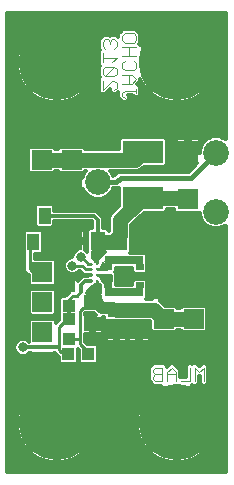
<source format=gbr>
G75*
G70*
%OFA0B0*%
%FSLAX24Y24*%
%IPPOS*%
%LPD*%
%AMOC8*
5,1,8,0,0,1.08239X$1,22.5*
%
%ADD10C,0.0040*%
%ADD11C,0.0118*%
%ADD12R,0.1299X0.0252*%
%ADD13R,0.0252X0.0201*%
%ADD14R,0.0512X0.0591*%
%ADD15R,0.0591X0.0512*%
%ADD16R,0.0394X0.0433*%
%ADD17R,0.0433X0.0394*%
%ADD18R,0.0650X0.0650*%
%ADD19R,0.0500X0.1000*%
%ADD20R,0.0394X0.0551*%
%ADD21R,0.1339X0.0748*%
%ADD22R,0.0669X0.0709*%
%ADD23C,0.2540*%
%ADD24C,0.0860*%
%ADD25C,0.0120*%
%ADD26C,0.0317*%
%ADD27C,0.0500*%
%ADD28C,0.0100*%
%ADD29C,0.0400*%
%ADD30C,0.0160*%
D10*
X005267Y007440D02*
X005344Y007363D01*
X005574Y007363D01*
X005574Y007824D01*
X005344Y007824D01*
X005267Y007747D01*
X005267Y007670D01*
X005344Y007594D01*
X005574Y007594D01*
X005344Y007594D02*
X005267Y007517D01*
X005267Y007440D01*
X005727Y007363D02*
X005727Y007670D01*
X005881Y007824D01*
X006034Y007670D01*
X006034Y007363D01*
X006188Y007363D02*
X006495Y007363D01*
X006495Y007824D01*
X006648Y007824D02*
X006648Y007363D01*
X006802Y007670D02*
X006648Y007824D01*
X006802Y007670D02*
X006955Y007824D01*
X006955Y007363D01*
X006034Y007594D02*
X005727Y007594D01*
X004322Y016811D02*
X004245Y016888D01*
X004245Y016965D01*
X004322Y017042D01*
X004705Y017042D01*
X004705Y017118D02*
X004705Y016965D01*
X004552Y017272D02*
X004705Y017425D01*
X004552Y017579D01*
X004245Y017579D01*
X004322Y017732D02*
X004245Y017809D01*
X004245Y017962D01*
X004322Y018039D01*
X004245Y018193D02*
X004705Y018193D01*
X004629Y018039D02*
X004705Y017962D01*
X004705Y017809D01*
X004629Y017732D01*
X004322Y017732D01*
X004475Y017579D02*
X004475Y017272D01*
X004552Y017272D02*
X004245Y017272D01*
X004055Y017302D02*
X004055Y017148D01*
X003979Y017072D01*
X004055Y017302D02*
X003979Y017379D01*
X003902Y017379D01*
X003595Y017072D01*
X003595Y017379D01*
X003672Y017532D02*
X003595Y017609D01*
X003595Y017762D01*
X003672Y017839D01*
X003979Y017839D01*
X003672Y017532D01*
X003979Y017532D01*
X004055Y017609D01*
X004055Y017762D01*
X003979Y017839D01*
X003902Y017993D02*
X004055Y018146D01*
X003595Y018146D01*
X003595Y017993D02*
X003595Y018299D01*
X003672Y018453D02*
X003595Y018530D01*
X003595Y018683D01*
X003672Y018760D01*
X003748Y018760D01*
X003825Y018683D01*
X003825Y018606D01*
X003825Y018683D02*
X003902Y018760D01*
X003979Y018760D01*
X004055Y018683D01*
X004055Y018530D01*
X003979Y018453D01*
X004245Y018499D02*
X004705Y018499D01*
X004629Y018653D02*
X004322Y018653D01*
X004245Y018730D01*
X004245Y018883D01*
X004322Y018960D01*
X004629Y018960D01*
X004705Y018883D01*
X004705Y018730D01*
X004629Y018653D01*
X004475Y018499D02*
X004475Y018193D01*
D11*
X003398Y011289D03*
X003202Y011289D03*
X003202Y011092D03*
X003398Y011092D03*
X003398Y010895D03*
X003202Y010895D03*
X003202Y010698D03*
X003398Y010698D03*
D12*
X004300Y010345D03*
X004300Y011392D03*
D13*
X003776Y011169D03*
X003776Y010567D03*
X004824Y010567D03*
X004824Y011169D03*
D14*
X003424Y012043D03*
X002676Y012043D03*
D15*
X003250Y010017D03*
X003250Y009269D03*
X004050Y008994D03*
X004050Y009742D03*
X004800Y009742D03*
X004800Y008994D03*
D16*
X003110Y008268D03*
X002440Y008268D03*
D17*
X002475Y008759D03*
X002475Y009428D03*
X002475Y009884D03*
X002475Y010553D03*
D18*
X001575Y010993D03*
X001575Y009993D03*
X001575Y008993D03*
X001575Y007993D03*
X001550Y013743D03*
X001550Y014743D03*
X001550Y015743D03*
X002550Y015743D03*
X002550Y014743D03*
X002550Y013743D03*
X005625Y010443D03*
X005625Y009443D03*
X005625Y008443D03*
X006625Y008443D03*
X006625Y009443D03*
X006625Y010443D03*
D19*
X005800Y012243D03*
X004175Y012243D03*
D20*
X002024Y012010D03*
X001650Y012876D03*
X001276Y012010D03*
D21*
X004925Y013476D03*
X004925Y015011D03*
D22*
X006425Y015050D03*
X006425Y013436D03*
D23*
X006050Y017993D03*
X002050Y017993D03*
X002050Y005993D03*
X006050Y005993D03*
D24*
X007369Y013009D03*
X007369Y014978D03*
X003431Y013993D03*
D25*
X000410Y019633D02*
X000410Y004353D01*
X007690Y004353D01*
X007690Y012553D01*
X007680Y012543D01*
X007478Y012459D01*
X007259Y012459D01*
X007057Y012543D01*
X006902Y012698D01*
X006819Y012900D01*
X006819Y012971D01*
X006809Y012962D01*
X006041Y012962D01*
X005970Y013032D01*
X005970Y013106D01*
X005714Y013106D01*
X005714Y013052D01*
X005644Y012982D01*
X004954Y012982D01*
X004545Y012572D01*
X004545Y011694D01*
X004489Y011638D01*
X004999Y011638D01*
X005070Y011568D01*
X005070Y011019D01*
X004999Y010949D01*
X004648Y010949D01*
X004578Y011019D01*
X004578Y011146D01*
X004022Y011146D01*
X004022Y011019D01*
X004006Y011003D01*
X004045Y010964D01*
X004045Y010591D01*
X004578Y010591D01*
X004578Y010717D01*
X004648Y010788D01*
X004999Y010788D01*
X005070Y010717D01*
X005070Y010169D01*
X005019Y010118D01*
X005145Y010118D01*
X005151Y010112D01*
X005240Y010112D01*
X005240Y010416D01*
X005597Y010416D01*
X005597Y010471D01*
X005240Y010471D01*
X005240Y010780D01*
X005249Y010802D01*
X005266Y010819D01*
X005288Y010828D01*
X005597Y010828D01*
X005597Y010471D01*
X005653Y010471D01*
X006010Y010471D01*
X006010Y010780D01*
X006001Y010802D01*
X005984Y010819D01*
X005962Y010828D01*
X005653Y010828D01*
X005653Y010471D01*
X005653Y010416D01*
X006010Y010416D01*
X006010Y010106D01*
X006001Y010084D01*
X005984Y010067D01*
X005962Y010058D01*
X005653Y010058D01*
X005653Y010416D01*
X005597Y010416D01*
X005597Y010058D01*
X005505Y010058D01*
X005511Y010056D01*
X005678Y009888D01*
X006000Y009888D01*
X006070Y009818D01*
X006070Y009813D01*
X006180Y009813D01*
X006180Y009818D01*
X006250Y009888D01*
X007000Y009888D01*
X007070Y009818D01*
X007070Y009069D01*
X007000Y008998D01*
X006250Y008998D01*
X006180Y009069D01*
X006180Y009073D01*
X006070Y009073D01*
X006070Y009069D01*
X006000Y008998D01*
X005250Y008998D01*
X005180Y009069D01*
X005180Y009340D01*
X005149Y009371D01*
X005145Y009366D01*
X004455Y009366D01*
X004449Y009372D01*
X004401Y009372D01*
X004395Y009366D01*
X003705Y009366D01*
X003635Y009437D01*
X003635Y009498D01*
X003605Y009498D01*
X003605Y009329D01*
X003310Y009329D01*
X003310Y009209D01*
X003310Y008953D01*
X003557Y008953D01*
X003579Y008963D01*
X003596Y008979D01*
X003605Y009001D01*
X003605Y009209D01*
X003310Y009209D01*
X003190Y009209D01*
X003190Y008953D01*
X002995Y008953D01*
X002995Y008780D01*
X003009Y008749D01*
X002995Y008712D01*
X002995Y008673D01*
X003064Y008605D01*
X003356Y008605D01*
X003426Y008535D01*
X003426Y008002D01*
X003356Y007932D01*
X002863Y007932D01*
X002793Y008002D01*
X002793Y008395D01*
X002757Y008430D01*
X002757Y008002D01*
X002687Y007932D01*
X002194Y007932D01*
X002124Y008002D01*
X002124Y008179D01*
X002055Y008248D01*
X002055Y008248D01*
X001990Y008313D01*
X001960Y008313D01*
X001960Y008021D01*
X001603Y008021D01*
X001603Y007966D01*
X001960Y007966D01*
X001960Y007656D01*
X001951Y007634D01*
X001934Y007617D01*
X001912Y007608D01*
X001603Y007608D01*
X001603Y007966D01*
X001547Y007966D01*
X001190Y007966D01*
X001190Y007656D01*
X001199Y007634D01*
X001216Y007617D01*
X001238Y007608D01*
X001547Y007608D01*
X001547Y007966D01*
X001547Y008021D01*
X001190Y008021D01*
X001190Y008313D01*
X001139Y008313D01*
X001083Y008257D01*
X000980Y008215D01*
X000870Y008215D01*
X000767Y008257D01*
X000689Y008335D01*
X000646Y008438D01*
X000646Y008549D01*
X000689Y008651D01*
X000767Y008730D01*
X000870Y008772D01*
X000980Y008772D01*
X001083Y008730D01*
X001130Y008683D01*
X001130Y009368D01*
X001200Y009438D01*
X001950Y009438D01*
X002020Y009368D01*
X002020Y009304D01*
X002055Y009338D01*
X002138Y009422D01*
X002138Y010130D01*
X002209Y010201D01*
X002342Y010201D01*
X002430Y010289D01*
X002513Y010372D01*
X002513Y010515D01*
X002437Y010515D01*
X002437Y010296D01*
X002247Y010296D01*
X002224Y010305D01*
X002208Y010322D01*
X002198Y010344D01*
X002198Y010515D01*
X002437Y010515D01*
X002437Y010591D01*
X002198Y010591D01*
X002198Y010762D01*
X002208Y010784D01*
X002224Y010801D01*
X002247Y010810D01*
X002437Y010810D01*
X002437Y010591D01*
X002513Y010591D01*
X002513Y010810D01*
X002703Y010810D01*
X002726Y010801D01*
X002742Y010784D01*
X002752Y010762D01*
X002752Y010699D01*
X002800Y010748D01*
X002752Y010748D01*
X002800Y010748D02*
X002930Y010878D01*
X003083Y010878D01*
X003083Y010879D01*
X003083Y010895D01*
X003202Y010895D01*
X003202Y010895D01*
X003083Y010895D01*
X003083Y010911D01*
X003086Y010922D01*
X002956Y010922D01*
X002830Y011048D01*
X002799Y011048D01*
X002733Y010982D01*
X002630Y010940D01*
X002520Y010940D01*
X002417Y010982D01*
X002339Y011060D01*
X002296Y011163D01*
X002296Y011274D01*
X002339Y011376D01*
X002417Y011455D01*
X002520Y011497D01*
X002571Y011497D01*
X002571Y011549D01*
X002614Y011651D01*
X002692Y011730D01*
X002736Y011748D01*
X002736Y011983D01*
X002616Y011983D01*
X002616Y011688D01*
X002408Y011688D01*
X002386Y011697D01*
X002369Y011714D01*
X002360Y011736D01*
X002360Y011983D01*
X002616Y011983D01*
X002616Y012103D01*
X002360Y012103D01*
X002360Y012351D01*
X002369Y012373D01*
X002386Y012389D01*
X002408Y012399D01*
X002616Y012399D01*
X002616Y012103D01*
X002736Y012103D01*
X002992Y012103D01*
X002992Y012351D01*
X002983Y012373D01*
X002966Y012389D01*
X002944Y012399D01*
X002736Y012399D01*
X002736Y012103D01*
X002736Y011983D01*
X002992Y011983D01*
X002992Y011736D01*
X003008Y011730D01*
X003055Y011683D01*
X003055Y011691D01*
X003048Y011698D01*
X003048Y012388D01*
X003118Y012459D01*
X003245Y012459D01*
X003245Y012669D01*
X003217Y012696D01*
X001967Y012696D01*
X001967Y012551D01*
X001897Y012481D01*
X001403Y012481D01*
X001333Y012551D01*
X001333Y013202D01*
X001403Y013272D01*
X001897Y013272D01*
X001967Y013202D01*
X001967Y013056D01*
X003366Y013056D01*
X003500Y012923D01*
X003605Y012818D01*
X003605Y012459D01*
X003730Y012459D01*
X003798Y012390D01*
X003805Y012397D01*
X003805Y012799D01*
X003861Y012935D01*
X004136Y013210D01*
X004136Y013820D01*
X004109Y013793D01*
X003944Y013793D01*
X003898Y013682D01*
X003743Y013527D01*
X003541Y013443D01*
X003322Y013443D01*
X003120Y013527D01*
X002965Y013682D01*
X002928Y013771D01*
X002578Y013771D01*
X002578Y013716D01*
X002935Y013716D01*
X002935Y013406D01*
X002926Y013384D01*
X002909Y013367D01*
X002887Y013358D01*
X002578Y013358D01*
X002578Y013716D01*
X002522Y013716D01*
X002165Y013716D01*
X002165Y013406D01*
X002174Y013384D01*
X002191Y013367D01*
X002213Y013358D01*
X002522Y013358D01*
X002522Y013716D01*
X002522Y013771D01*
X002165Y013771D01*
X002165Y014080D01*
X002174Y014102D01*
X002191Y014119D01*
X002213Y014128D01*
X002522Y014128D01*
X002522Y013771D01*
X002578Y013771D01*
X002578Y014128D01*
X002887Y014128D01*
X002891Y014126D01*
X002965Y014305D01*
X003034Y014373D01*
X002995Y014373D01*
X002995Y014369D01*
X002925Y014298D01*
X002175Y014298D01*
X002105Y014369D01*
X002105Y014373D01*
X001995Y014373D01*
X001995Y014369D01*
X001925Y014298D01*
X001175Y014298D01*
X001105Y014369D01*
X001105Y015118D01*
X001175Y015188D01*
X001925Y015188D01*
X001995Y015118D01*
X001995Y015113D01*
X002105Y015113D01*
X002105Y015118D01*
X002175Y015188D01*
X002925Y015188D01*
X002995Y015118D01*
X002995Y015113D01*
X004136Y015113D01*
X004136Y015435D01*
X004206Y015505D01*
X005644Y015505D01*
X005714Y015435D01*
X005714Y014587D01*
X005644Y014517D01*
X004954Y014517D01*
X004867Y014430D01*
X004731Y014373D01*
X003829Y014373D01*
X003898Y014305D01*
X003944Y014194D01*
X003984Y014234D01*
X004101Y014351D01*
X006459Y014351D01*
X006744Y014636D01*
X006485Y014636D01*
X006485Y014990D01*
X006365Y014990D01*
X006365Y014636D01*
X006078Y014636D01*
X006056Y014645D01*
X006039Y014662D01*
X006030Y014684D01*
X006030Y014990D01*
X006365Y014990D01*
X006365Y015110D01*
X006030Y015110D01*
X006030Y015417D01*
X006039Y015439D01*
X006056Y015456D01*
X006078Y015465D01*
X006365Y015465D01*
X006365Y015110D01*
X006485Y015110D01*
X006820Y015110D01*
X006820Y015417D01*
X006811Y015439D01*
X006794Y015456D01*
X006772Y015465D01*
X006485Y015465D01*
X006485Y015110D01*
X006485Y014990D01*
X006819Y014990D01*
X006819Y015087D01*
X006902Y015289D01*
X007057Y015444D01*
X007259Y015528D01*
X007478Y015528D01*
X007680Y015444D01*
X007690Y015434D01*
X007690Y019633D01*
X000410Y019633D01*
X000410Y019517D02*
X007690Y019517D01*
X007690Y019398D02*
X000410Y019398D01*
X000410Y019280D02*
X001709Y019280D01*
X001726Y019285D02*
X001601Y019247D01*
X001481Y019197D01*
X001365Y019135D01*
X001257Y019063D01*
X001156Y018980D01*
X001063Y018888D01*
X000980Y018787D01*
X000908Y018678D01*
X000846Y018563D01*
X000796Y018442D01*
X000758Y018317D01*
X000733Y018189D01*
X000720Y018059D01*
X000720Y018053D01*
X001990Y018053D01*
X001990Y017933D01*
X002110Y017933D01*
X002110Y016663D01*
X002115Y016663D01*
X002245Y016676D01*
X002374Y016702D01*
X002499Y016740D01*
X002619Y016790D01*
X002735Y016851D01*
X002843Y016924D01*
X002944Y017007D01*
X003037Y017099D01*
X003120Y017200D01*
X003192Y017309D01*
X003254Y017424D01*
X003304Y017545D01*
X003342Y017670D01*
X003367Y017798D01*
X003380Y017928D01*
X003380Y017933D01*
X002110Y017933D01*
X002110Y018053D01*
X003380Y018053D01*
X003380Y018059D01*
X003367Y018189D01*
X003342Y018317D01*
X003304Y018442D01*
X003254Y018563D01*
X003192Y018678D01*
X003120Y018787D01*
X003037Y018888D01*
X002944Y018980D01*
X002843Y019063D01*
X002735Y019135D01*
X002619Y019197D01*
X002499Y019247D01*
X002374Y019285D01*
X002245Y019310D01*
X002115Y019323D01*
X002110Y019323D01*
X002110Y018053D01*
X001990Y018053D01*
X001990Y019323D01*
X001985Y019323D01*
X001855Y019310D01*
X001726Y019285D01*
X001990Y019280D02*
X002110Y019280D01*
X002110Y019161D02*
X001990Y019161D01*
X001990Y019043D02*
X002110Y019043D01*
X002110Y018924D02*
X001990Y018924D01*
X001990Y018806D02*
X002110Y018806D01*
X002110Y018687D02*
X001990Y018687D01*
X001990Y018569D02*
X002110Y018569D01*
X002110Y018450D02*
X001990Y018450D01*
X001990Y018332D02*
X002110Y018332D01*
X002110Y018213D02*
X001990Y018213D01*
X001990Y018095D02*
X002110Y018095D01*
X002110Y017976D02*
X003455Y017976D01*
X003455Y017935D02*
X003512Y017877D01*
X003509Y017874D01*
X003455Y017820D01*
X003455Y017551D01*
X003512Y017494D01*
X003455Y017437D01*
X003455Y017014D01*
X003537Y016932D01*
X003653Y016932D01*
X003839Y017117D01*
X003839Y017014D01*
X003921Y016932D01*
X004037Y016932D01*
X004105Y017000D01*
X004105Y016830D01*
X004187Y016748D01*
X004264Y016671D01*
X004380Y016671D01*
X004462Y016753D01*
X004462Y016869D01*
X004430Y016902D01*
X004571Y016902D01*
X004647Y016825D01*
X004763Y016825D01*
X004845Y016907D01*
X004845Y017176D01*
X004763Y017258D01*
X004736Y017258D01*
X004763Y017285D01*
X004763Y017285D01*
X004845Y017367D01*
X004845Y017426D01*
X004846Y017424D01*
X004908Y017309D01*
X004980Y017200D01*
X005063Y017099D01*
X005156Y017007D01*
X005257Y016924D01*
X005365Y016851D01*
X005481Y016790D01*
X005601Y016740D01*
X005726Y016702D01*
X005855Y016676D01*
X005985Y016663D01*
X005990Y016663D01*
X005990Y017933D01*
X006110Y017933D01*
X006110Y016663D01*
X006115Y016663D01*
X006245Y016676D01*
X006374Y016702D01*
X006499Y016740D01*
X006619Y016790D01*
X006735Y016851D01*
X006843Y016924D01*
X006944Y017007D01*
X007037Y017099D01*
X007120Y017200D01*
X007192Y017309D01*
X007254Y017424D01*
X007304Y017545D01*
X007342Y017670D01*
X007367Y017798D01*
X007380Y017928D01*
X007380Y017933D01*
X006110Y017933D01*
X006110Y018053D01*
X007380Y018053D01*
X007380Y018059D01*
X007367Y018189D01*
X007342Y018317D01*
X007304Y018442D01*
X007254Y018563D01*
X007192Y018678D01*
X007120Y018787D01*
X007037Y018888D01*
X006944Y018980D01*
X006843Y019063D01*
X006735Y019135D01*
X006619Y019197D01*
X006499Y019247D01*
X006374Y019285D01*
X006245Y019310D01*
X006115Y019323D01*
X006110Y019323D01*
X006110Y018053D01*
X005990Y018053D01*
X005990Y019323D01*
X005985Y019323D01*
X005855Y019310D01*
X005726Y019285D01*
X005601Y019247D01*
X005481Y019197D01*
X005365Y019135D01*
X005257Y019063D01*
X005156Y018980D01*
X005063Y018888D01*
X004980Y018787D01*
X004908Y018678D01*
X004846Y018563D01*
X004844Y018558D01*
X004788Y018615D01*
X004792Y018618D01*
X004845Y018672D01*
X004845Y018941D01*
X004687Y019100D01*
X004264Y019100D01*
X004212Y019048D01*
X004182Y019018D01*
X004182Y019018D01*
X004157Y018993D01*
X004105Y018941D01*
X004105Y018831D01*
X004037Y018900D01*
X003844Y018900D01*
X003825Y018881D01*
X003806Y018900D01*
X003614Y018900D01*
X003560Y018846D01*
X003532Y018818D01*
X003509Y018795D01*
X003455Y018741D01*
X003455Y018472D01*
X003512Y018415D01*
X003455Y018357D01*
X003455Y017935D01*
X003493Y017858D02*
X003373Y017858D01*
X003356Y017739D02*
X003455Y017739D01*
X003455Y017621D02*
X003327Y017621D01*
X003286Y017502D02*
X003504Y017502D01*
X003455Y017384D02*
X003232Y017384D01*
X003163Y017265D02*
X003455Y017265D01*
X003455Y017147D02*
X003076Y017147D01*
X002966Y017028D02*
X003455Y017028D01*
X003750Y017028D02*
X003839Y017028D01*
X004105Y016910D02*
X002822Y016910D01*
X002623Y016791D02*
X004144Y016791D01*
X004262Y016673D02*
X002212Y016673D01*
X002110Y016673D02*
X001990Y016673D01*
X001990Y016663D02*
X001990Y017933D01*
X000720Y017933D01*
X000720Y017928D01*
X000733Y017798D01*
X000758Y017670D01*
X000796Y017545D01*
X000846Y017424D01*
X000908Y017309D01*
X000980Y017200D01*
X001063Y017099D01*
X001156Y017007D01*
X001257Y016924D01*
X001365Y016851D01*
X001481Y016790D01*
X001601Y016740D01*
X001726Y016702D01*
X001855Y016676D01*
X001985Y016663D01*
X001990Y016663D01*
X001888Y016673D02*
X000410Y016673D01*
X000410Y016791D02*
X001477Y016791D01*
X001278Y016910D02*
X000410Y016910D01*
X000410Y017028D02*
X001134Y017028D01*
X001024Y017147D02*
X000410Y017147D01*
X000410Y017265D02*
X000937Y017265D01*
X000868Y017384D02*
X000410Y017384D01*
X000410Y017502D02*
X000814Y017502D01*
X000773Y017621D02*
X000410Y017621D01*
X000410Y017739D02*
X000744Y017739D01*
X000727Y017858D02*
X000410Y017858D01*
X000410Y017976D02*
X001990Y017976D01*
X001990Y017858D02*
X002110Y017858D01*
X002110Y017739D02*
X001990Y017739D01*
X001990Y017621D02*
X002110Y017621D01*
X002110Y017502D02*
X001990Y017502D01*
X001990Y017384D02*
X002110Y017384D01*
X002110Y017265D02*
X001990Y017265D01*
X001990Y017147D02*
X002110Y017147D01*
X002110Y017028D02*
X001990Y017028D01*
X001990Y016910D02*
X002110Y016910D01*
X002110Y016791D02*
X001990Y016791D01*
X001887Y016128D02*
X001578Y016128D01*
X001578Y015771D01*
X001935Y015771D01*
X001935Y016080D01*
X001926Y016102D01*
X001909Y016119D01*
X001887Y016128D01*
X001935Y016080D02*
X002165Y016080D01*
X002165Y015771D01*
X002522Y015771D01*
X002522Y015716D01*
X002165Y015716D01*
X002165Y015406D01*
X002174Y015384D01*
X002191Y015367D01*
X002213Y015358D01*
X002522Y015358D01*
X002522Y015716D01*
X002578Y015716D01*
X002578Y015771D01*
X002935Y015771D01*
X002935Y016080D01*
X002926Y016102D01*
X002909Y016119D01*
X002887Y016128D01*
X002578Y016128D01*
X002578Y015771D01*
X002522Y015771D01*
X002522Y016128D01*
X002213Y016128D01*
X002191Y016119D01*
X002174Y016102D01*
X002165Y016080D01*
X002165Y015962D02*
X001935Y015962D01*
X001935Y015843D02*
X002165Y015843D01*
X002165Y015606D02*
X001935Y015606D01*
X001935Y015716D02*
X001935Y015406D01*
X001926Y015384D01*
X001909Y015367D01*
X001887Y015358D01*
X001578Y015358D01*
X001578Y015716D01*
X001578Y015771D01*
X001522Y015771D01*
X001522Y015716D01*
X001165Y015716D01*
X001165Y015406D01*
X001174Y015384D01*
X001191Y015367D01*
X001213Y015358D01*
X001522Y015358D01*
X001522Y015716D01*
X001578Y015716D01*
X001935Y015716D01*
X001935Y015488D02*
X002165Y015488D01*
X002189Y015369D02*
X001911Y015369D01*
X001981Y015132D02*
X002119Y015132D01*
X002522Y015369D02*
X002578Y015369D01*
X002578Y015358D02*
X002887Y015358D01*
X002909Y015367D01*
X002926Y015384D01*
X002935Y015406D01*
X002935Y015716D01*
X002578Y015716D01*
X002578Y015358D01*
X002578Y015488D02*
X002522Y015488D01*
X002522Y015606D02*
X002578Y015606D01*
X002578Y015725D02*
X007690Y015725D01*
X007690Y015843D02*
X002935Y015843D01*
X002935Y015962D02*
X007690Y015962D01*
X007690Y016080D02*
X002935Y016080D01*
X002935Y015606D02*
X007690Y015606D01*
X007690Y015488D02*
X007574Y015488D01*
X007163Y015488D02*
X005661Y015488D01*
X005714Y015369D02*
X006030Y015369D01*
X006030Y015251D02*
X005714Y015251D01*
X005714Y015132D02*
X006030Y015132D01*
X006030Y014895D02*
X005714Y014895D01*
X005714Y014777D02*
X006030Y014777D01*
X006043Y014658D02*
X005714Y014658D01*
X005667Y014540D02*
X006648Y014540D01*
X006529Y014421D02*
X004847Y014421D01*
X004136Y013710D02*
X003910Y013710D01*
X003808Y013592D02*
X004136Y013592D01*
X004136Y013473D02*
X003613Y013473D01*
X003424Y012999D02*
X003925Y012999D01*
X003839Y012881D02*
X003542Y012881D01*
X003605Y012762D02*
X003805Y012762D01*
X003805Y012644D02*
X003605Y012644D01*
X003605Y012525D02*
X003805Y012525D01*
X003805Y012407D02*
X003781Y012407D01*
X003425Y012743D02*
X003425Y011993D01*
X003048Y012051D02*
X002736Y012051D01*
X002736Y011933D02*
X002616Y011933D01*
X002616Y012051D02*
X002281Y012051D01*
X002281Y012049D02*
X002281Y012298D01*
X002272Y012320D01*
X002255Y012337D01*
X002233Y012346D01*
X002062Y012346D01*
X002062Y012049D01*
X001986Y012049D01*
X001986Y012346D01*
X001815Y012346D01*
X001793Y012337D01*
X001776Y012320D01*
X001767Y012298D01*
X001767Y012049D01*
X001986Y012049D01*
X001986Y011972D01*
X002062Y011972D01*
X002062Y011675D01*
X002233Y011675D01*
X002255Y011684D01*
X002272Y011701D01*
X002281Y011723D01*
X002281Y011972D01*
X002062Y011972D01*
X002062Y012049D01*
X002281Y012049D01*
X002281Y011933D02*
X002360Y011933D01*
X002360Y011814D02*
X002281Y011814D01*
X002267Y011696D02*
X002389Y011696D01*
X002427Y011459D02*
X001320Y011459D01*
X001320Y011438D02*
X001320Y011615D01*
X001523Y011615D01*
X001593Y011685D01*
X001593Y012336D01*
X001523Y012406D01*
X001029Y012406D01*
X000959Y012336D01*
X000959Y011685D01*
X000980Y011664D01*
X000980Y011048D01*
X001080Y010948D01*
X001130Y010898D01*
X001130Y010619D01*
X001200Y010548D01*
X001950Y010548D01*
X002020Y010619D01*
X002020Y011368D01*
X001950Y011438D01*
X001320Y011438D01*
X001320Y011577D02*
X002583Y011577D01*
X002616Y011696D02*
X002658Y011696D01*
X002616Y011814D02*
X002736Y011814D01*
X002992Y011814D02*
X003048Y011814D01*
X003042Y011696D02*
X003051Y011696D01*
X003048Y011933D02*
X002992Y011933D01*
X002992Y012170D02*
X003048Y012170D01*
X003048Y012288D02*
X002992Y012288D01*
X003067Y012407D02*
X000410Y012407D01*
X000410Y012525D02*
X001359Y012525D01*
X001333Y012644D02*
X000410Y012644D01*
X000410Y012762D02*
X001333Y012762D01*
X001333Y012881D02*
X000410Y012881D01*
X000410Y012999D02*
X001333Y012999D01*
X001333Y013118D02*
X000410Y013118D01*
X000410Y013236D02*
X001368Y013236D01*
X001522Y013358D02*
X001522Y013716D01*
X001165Y013716D01*
X001165Y013406D01*
X001174Y013384D01*
X001191Y013367D01*
X001213Y013358D01*
X001522Y013358D01*
X001578Y013358D02*
X001887Y013358D01*
X001909Y013367D01*
X001926Y013384D01*
X001935Y013406D01*
X001935Y013716D01*
X001578Y013716D01*
X001578Y013771D01*
X001935Y013771D01*
X001935Y014080D01*
X001926Y014102D01*
X001909Y014119D01*
X001887Y014128D01*
X001578Y014128D01*
X001578Y013771D01*
X001522Y013771D01*
X001522Y013716D01*
X001578Y013716D01*
X001578Y013358D01*
X001578Y013473D02*
X001522Y013473D01*
X001522Y013592D02*
X001578Y013592D01*
X001578Y013710D02*
X001522Y013710D01*
X001522Y013771D02*
X001165Y013771D01*
X001165Y014080D01*
X001174Y014102D01*
X001191Y014119D01*
X001213Y014128D01*
X001522Y014128D01*
X001522Y013771D01*
X001522Y013829D02*
X001578Y013829D01*
X001578Y013947D02*
X001522Y013947D01*
X001522Y014066D02*
X001578Y014066D01*
X001935Y014066D02*
X002165Y014066D01*
X002165Y013947D02*
X001935Y013947D01*
X001935Y013829D02*
X002165Y013829D01*
X002165Y013710D02*
X001935Y013710D01*
X001935Y013592D02*
X002165Y013592D01*
X002165Y013473D02*
X001935Y013473D01*
X001932Y013236D02*
X004136Y013236D01*
X004136Y013355D02*
X000410Y013355D01*
X000410Y013473D02*
X001165Y013473D01*
X001165Y013592D02*
X000410Y013592D01*
X000410Y013710D02*
X001165Y013710D01*
X001165Y013829D02*
X000410Y013829D01*
X000410Y013947D02*
X001165Y013947D01*
X001165Y014066D02*
X000410Y014066D01*
X000410Y014184D02*
X002915Y014184D01*
X002929Y014303D02*
X002964Y014303D01*
X002578Y014066D02*
X002522Y014066D01*
X002522Y013947D02*
X002578Y013947D01*
X002578Y013829D02*
X002522Y013829D01*
X002522Y013710D02*
X002578Y013710D01*
X002578Y013592D02*
X002522Y013592D01*
X002522Y013473D02*
X002578Y013473D01*
X002935Y013473D02*
X003250Y013473D01*
X003055Y013592D02*
X002935Y013592D01*
X002935Y013710D02*
X002953Y013710D01*
X003292Y012876D02*
X003425Y012743D01*
X003292Y012876D02*
X001650Y012876D01*
X001941Y012525D02*
X003245Y012525D01*
X003245Y012644D02*
X001967Y012644D01*
X001986Y012288D02*
X002062Y012288D01*
X002062Y012170D02*
X001986Y012170D01*
X001986Y012051D02*
X002062Y012051D01*
X001986Y011972D02*
X001767Y011972D01*
X001767Y011723D01*
X001776Y011701D01*
X001793Y011684D01*
X001815Y011675D01*
X001986Y011675D01*
X001986Y011972D01*
X001986Y011933D02*
X002062Y011933D01*
X002062Y011814D02*
X001986Y011814D01*
X001986Y011696D02*
X002062Y011696D01*
X001781Y011696D02*
X001593Y011696D01*
X001593Y011814D02*
X001767Y011814D01*
X001767Y011933D02*
X001593Y011933D01*
X001593Y012051D02*
X001767Y012051D01*
X001767Y012170D02*
X001593Y012170D01*
X001593Y012288D02*
X001767Y012288D01*
X002281Y012288D02*
X002360Y012288D01*
X002360Y012170D02*
X002281Y012170D01*
X002616Y012170D02*
X002736Y012170D01*
X002736Y012288D02*
X002616Y012288D01*
X002324Y011340D02*
X002020Y011340D01*
X002020Y011222D02*
X002296Y011222D01*
X002321Y011103D02*
X002020Y011103D01*
X002020Y010985D02*
X002414Y010985D01*
X002437Y010748D02*
X002513Y010748D01*
X002513Y010629D02*
X002437Y010629D01*
X002437Y010511D02*
X002513Y010511D01*
X002513Y010392D02*
X002437Y010392D01*
X002415Y010274D02*
X002020Y010274D01*
X002020Y010368D02*
X001950Y010438D01*
X001200Y010438D01*
X001130Y010368D01*
X001130Y009619D01*
X001200Y009548D01*
X001950Y009548D01*
X002020Y009619D01*
X002020Y010368D01*
X001996Y010392D02*
X002198Y010392D01*
X002198Y010511D02*
X000410Y010511D01*
X000410Y010629D02*
X001130Y010629D01*
X001130Y010748D02*
X000410Y010748D01*
X000410Y010866D02*
X001130Y010866D01*
X001043Y010985D02*
X000410Y010985D01*
X000410Y011103D02*
X000980Y011103D01*
X000980Y011222D02*
X000410Y011222D01*
X000410Y011340D02*
X000980Y011340D01*
X000980Y011459D02*
X000410Y011459D01*
X000410Y011577D02*
X000980Y011577D01*
X000959Y011696D02*
X000410Y011696D01*
X000410Y011814D02*
X000959Y011814D01*
X000959Y011933D02*
X000410Y011933D01*
X000410Y012051D02*
X000959Y012051D01*
X000959Y012170D02*
X000410Y012170D01*
X000410Y012288D02*
X000959Y012288D01*
X001967Y013118D02*
X004044Y013118D01*
X004545Y012525D02*
X005490Y012525D01*
X005490Y012407D02*
X004545Y012407D01*
X004545Y012288D02*
X005740Y012288D01*
X005740Y012303D02*
X005740Y012183D01*
X005860Y012183D01*
X005860Y011683D01*
X006062Y011683D01*
X006084Y011692D01*
X006101Y011709D01*
X006110Y011731D01*
X006110Y012183D01*
X005860Y012183D01*
X005860Y012303D01*
X006110Y012303D01*
X006110Y012755D01*
X006101Y012777D01*
X006084Y012794D01*
X006062Y012803D01*
X005860Y012803D01*
X005860Y012303D01*
X005740Y012303D01*
X005490Y012303D01*
X005490Y012755D01*
X005499Y012777D01*
X005516Y012794D01*
X005538Y012803D01*
X005740Y012803D01*
X005740Y012303D01*
X005740Y012407D02*
X005860Y012407D01*
X005860Y012525D02*
X005740Y012525D01*
X005740Y012644D02*
X005860Y012644D01*
X005860Y012762D02*
X005740Y012762D01*
X005662Y012999D02*
X006003Y012999D01*
X006107Y012762D02*
X006875Y012762D01*
X006826Y012881D02*
X004853Y012881D01*
X004735Y012762D02*
X005493Y012762D01*
X005490Y012644D02*
X004616Y012644D01*
X004545Y012170D02*
X005490Y012170D01*
X005490Y012183D02*
X005490Y011731D01*
X005499Y011709D01*
X005516Y011692D01*
X005538Y011683D01*
X005740Y011683D01*
X005740Y012183D01*
X005490Y012183D01*
X005490Y012051D02*
X004545Y012051D01*
X004545Y011933D02*
X005490Y011933D01*
X005490Y011814D02*
X004545Y011814D01*
X004545Y011696D02*
X005513Y011696D01*
X005740Y011696D02*
X005860Y011696D01*
X005860Y011814D02*
X005740Y011814D01*
X005740Y011933D02*
X005860Y011933D01*
X005860Y012051D02*
X005740Y012051D01*
X005740Y012170D02*
X005860Y012170D01*
X005860Y012288D02*
X007690Y012288D01*
X007690Y012170D02*
X006110Y012170D01*
X006110Y012051D02*
X007690Y012051D01*
X007690Y011933D02*
X006110Y011933D01*
X006110Y011814D02*
X007690Y011814D01*
X007690Y011696D02*
X006087Y011696D01*
X006110Y012407D02*
X007690Y012407D01*
X007690Y012525D02*
X007638Y012525D01*
X007099Y012525D02*
X006110Y012525D01*
X006110Y012644D02*
X006956Y012644D01*
X007690Y011577D02*
X005060Y011577D01*
X005070Y011459D02*
X007690Y011459D01*
X007690Y011340D02*
X005070Y011340D01*
X005070Y011222D02*
X007690Y011222D01*
X007690Y011103D02*
X005070Y011103D01*
X005035Y010985D02*
X007690Y010985D01*
X007690Y010866D02*
X004045Y010866D01*
X004045Y010748D02*
X004608Y010748D01*
X004578Y010629D02*
X004045Y010629D01*
X004024Y010985D02*
X004612Y010985D01*
X004578Y011103D02*
X004022Y011103D01*
X003202Y010698D02*
X003005Y010698D01*
X002875Y010568D01*
X002875Y010384D01*
X002918Y010866D02*
X002020Y010866D01*
X002020Y010748D02*
X002198Y010748D01*
X002198Y010629D02*
X002020Y010629D01*
X002020Y010155D02*
X002164Y010155D01*
X002138Y010037D02*
X002020Y010037D01*
X002020Y009918D02*
X002138Y009918D01*
X002138Y009800D02*
X002020Y009800D01*
X002020Y009681D02*
X002138Y009681D01*
X002138Y009563D02*
X001964Y009563D01*
X002138Y009444D02*
X000410Y009444D01*
X000410Y009326D02*
X001130Y009326D01*
X001130Y009207D02*
X000410Y009207D01*
X000410Y009089D02*
X001130Y009089D01*
X001130Y008970D02*
X000410Y008970D01*
X000410Y008852D02*
X001130Y008852D01*
X001130Y008733D02*
X001074Y008733D01*
X000925Y008493D02*
X002100Y008493D01*
X002044Y008259D02*
X001960Y008259D01*
X001960Y008141D02*
X002124Y008141D01*
X002124Y008022D02*
X001960Y008022D01*
X001960Y007904D02*
X005226Y007904D01*
X005209Y007887D02*
X005286Y007964D01*
X005632Y007964D01*
X005714Y007882D01*
X005714Y007855D01*
X005823Y007964D01*
X005939Y007964D01*
X006021Y007882D01*
X006021Y007882D01*
X006092Y007810D01*
X006092Y007810D01*
X006174Y007728D01*
X006174Y007503D01*
X006355Y007503D01*
X006355Y007882D01*
X006437Y007964D01*
X006553Y007964D01*
X006571Y007945D01*
X006590Y007964D01*
X006706Y007964D01*
X006788Y007882D01*
X006802Y007868D01*
X006815Y007882D01*
X006815Y007882D01*
X006895Y007962D01*
X006897Y007964D01*
X007013Y007964D01*
X007094Y007883D01*
X007095Y007882D01*
X007095Y007305D01*
X007013Y007223D01*
X006897Y007223D01*
X006815Y007305D01*
X006815Y007530D01*
X006788Y007530D01*
X006788Y007305D01*
X006706Y007223D01*
X006590Y007223D01*
X006571Y007242D01*
X006554Y007224D01*
X006619Y007197D01*
X006735Y007135D01*
X006843Y007063D01*
X006944Y006980D01*
X007037Y006888D01*
X007120Y006787D01*
X007192Y006678D01*
X007254Y006563D01*
X007304Y006442D01*
X007342Y006317D01*
X007367Y006189D01*
X007380Y006059D01*
X007380Y006053D01*
X006110Y006053D01*
X006110Y005933D01*
X006110Y004663D01*
X006115Y004663D01*
X006245Y004676D01*
X006374Y004702D01*
X006499Y004740D01*
X006619Y004790D01*
X006735Y004851D01*
X006843Y004924D01*
X006944Y005007D01*
X007037Y005099D01*
X007120Y005200D01*
X007192Y005309D01*
X007254Y005424D01*
X007304Y005545D01*
X007342Y005670D01*
X007367Y005798D01*
X007380Y005928D01*
X007380Y005933D01*
X006110Y005933D01*
X005990Y005933D01*
X005990Y004663D01*
X005985Y004663D01*
X005855Y004676D01*
X005726Y004702D01*
X005601Y004740D01*
X005481Y004790D01*
X005365Y004851D01*
X005257Y004924D01*
X005156Y005007D01*
X005063Y005099D01*
X004980Y005200D01*
X004908Y005309D01*
X004846Y005424D01*
X004796Y005545D01*
X004758Y005670D01*
X004733Y005798D01*
X004720Y005928D01*
X004720Y005933D01*
X005990Y005933D01*
X005990Y006053D01*
X004720Y006053D01*
X004720Y006059D01*
X004733Y006189D01*
X004758Y006317D01*
X004796Y006442D01*
X004846Y006563D01*
X004908Y006678D01*
X004980Y006787D01*
X005063Y006888D01*
X005156Y006980D01*
X005257Y007063D01*
X005365Y007135D01*
X005481Y007197D01*
X005544Y007223D01*
X005286Y007223D01*
X005232Y007277D01*
X005209Y007300D01*
X005209Y007300D01*
X005181Y007328D01*
X005127Y007382D01*
X005127Y007575D01*
X005146Y007594D01*
X005127Y007612D01*
X005127Y007805D01*
X005209Y007887D01*
X005127Y007785D02*
X001960Y007785D01*
X001960Y007667D02*
X005127Y007667D01*
X005127Y007548D02*
X000410Y007548D01*
X000410Y007430D02*
X005127Y007430D01*
X005198Y007311D02*
X002237Y007311D01*
X002245Y007310D02*
X002115Y007323D01*
X002110Y007323D01*
X002110Y006053D01*
X003380Y006053D01*
X003380Y006059D01*
X003367Y006189D01*
X003342Y006317D01*
X003304Y006442D01*
X003254Y006563D01*
X003192Y006678D01*
X003120Y006787D01*
X003037Y006888D01*
X002944Y006980D01*
X002843Y007063D01*
X002735Y007135D01*
X002619Y007197D01*
X002499Y007247D01*
X002374Y007285D01*
X002245Y007310D01*
X002110Y007311D02*
X001990Y007311D01*
X001990Y007323D02*
X001985Y007323D01*
X001855Y007310D01*
X001726Y007285D01*
X001601Y007247D01*
X001481Y007197D01*
X001365Y007135D01*
X001257Y007063D01*
X001156Y006980D01*
X001063Y006888D01*
X000980Y006787D01*
X000908Y006678D01*
X000846Y006563D01*
X000796Y006442D01*
X000758Y006317D01*
X000733Y006189D01*
X000720Y006059D01*
X000720Y006053D01*
X001990Y006053D01*
X001990Y005933D01*
X002110Y005933D01*
X002110Y004663D01*
X002115Y004663D01*
X002245Y004676D01*
X002374Y004702D01*
X002499Y004740D01*
X002619Y004790D01*
X002735Y004851D01*
X002843Y004924D01*
X002944Y005007D01*
X003037Y005099D01*
X003120Y005200D01*
X003192Y005309D01*
X003254Y005424D01*
X003304Y005545D01*
X003342Y005670D01*
X003367Y005798D01*
X003380Y005928D01*
X003380Y005933D01*
X002110Y005933D01*
X002110Y006053D01*
X001990Y006053D01*
X001990Y007323D01*
X001863Y007311D02*
X000410Y007311D01*
X000410Y007193D02*
X001473Y007193D01*
X001274Y007074D02*
X000410Y007074D01*
X000410Y006956D02*
X001132Y006956D01*
X001022Y006837D02*
X000410Y006837D01*
X000410Y006719D02*
X000935Y006719D01*
X000866Y006600D02*
X000410Y006600D01*
X000410Y006482D02*
X000813Y006482D01*
X000772Y006363D02*
X000410Y006363D01*
X000410Y006245D02*
X000744Y006245D01*
X000727Y006126D02*
X000410Y006126D01*
X000410Y006008D02*
X001990Y006008D01*
X001990Y005933D02*
X000720Y005933D01*
X000720Y005928D01*
X000733Y005798D01*
X000758Y005670D01*
X000796Y005545D01*
X000846Y005424D01*
X000908Y005309D01*
X000980Y005200D01*
X001063Y005099D01*
X001156Y005007D01*
X001257Y004924D01*
X001365Y004851D01*
X001481Y004790D01*
X001601Y004740D01*
X001726Y004702D01*
X001855Y004676D01*
X001985Y004663D01*
X001990Y004663D01*
X001990Y005933D01*
X001990Y005889D02*
X002110Y005889D01*
X002110Y005771D02*
X001990Y005771D01*
X001990Y005652D02*
X002110Y005652D01*
X002110Y005534D02*
X001990Y005534D01*
X001990Y005415D02*
X002110Y005415D01*
X002110Y005297D02*
X001990Y005297D01*
X001990Y005178D02*
X002110Y005178D01*
X002110Y005060D02*
X001990Y005060D01*
X001990Y004941D02*
X002110Y004941D01*
X002110Y004823D02*
X001990Y004823D01*
X001990Y004704D02*
X002110Y004704D01*
X002382Y004704D02*
X005718Y004704D01*
X005990Y004704D02*
X006110Y004704D01*
X006110Y004823D02*
X005990Y004823D01*
X005990Y004941D02*
X006110Y004941D01*
X006110Y005060D02*
X005990Y005060D01*
X005990Y005178D02*
X006110Y005178D01*
X006110Y005297D02*
X005990Y005297D01*
X005990Y005415D02*
X006110Y005415D01*
X006110Y005534D02*
X005990Y005534D01*
X005990Y005652D02*
X006110Y005652D01*
X006110Y005771D02*
X005990Y005771D01*
X005990Y005889D02*
X006110Y005889D01*
X006110Y006008D02*
X007690Y006008D01*
X007690Y006126D02*
X007373Y006126D01*
X007356Y006245D02*
X007690Y006245D01*
X007690Y006363D02*
X007328Y006363D01*
X007287Y006482D02*
X007690Y006482D01*
X007690Y006600D02*
X007234Y006600D01*
X007165Y006719D02*
X007690Y006719D01*
X007690Y006837D02*
X007078Y006837D01*
X006968Y006956D02*
X007690Y006956D01*
X007690Y007074D02*
X006826Y007074D01*
X006815Y007311D02*
X006788Y007311D01*
X006788Y007430D02*
X006815Y007430D01*
X007095Y007430D02*
X007690Y007430D01*
X007690Y007548D02*
X007095Y007548D01*
X007095Y007667D02*
X007690Y007667D01*
X007690Y007785D02*
X007095Y007785D01*
X007073Y007904D02*
X007690Y007904D01*
X007690Y008022D02*
X003426Y008022D01*
X003426Y008141D02*
X005240Y008141D01*
X005240Y008106D02*
X005249Y008084D01*
X005266Y008067D01*
X005288Y008058D01*
X005597Y008058D01*
X005597Y008416D01*
X005240Y008416D01*
X005240Y008106D01*
X005240Y008259D02*
X003426Y008259D01*
X003426Y008378D02*
X005240Y008378D01*
X005240Y008471D02*
X005240Y008780D01*
X005249Y008802D01*
X005266Y008819D01*
X005288Y008828D01*
X005597Y008828D01*
X005597Y008471D01*
X005597Y008416D01*
X005653Y008416D01*
X005653Y008471D01*
X006010Y008471D01*
X006010Y008780D01*
X006001Y008802D01*
X005984Y008819D01*
X005962Y008828D01*
X005653Y008828D01*
X005653Y008471D01*
X005597Y008471D01*
X005240Y008471D01*
X005240Y008496D02*
X003426Y008496D01*
X003704Y008704D02*
X003721Y008688D01*
X003743Y008678D01*
X003990Y008678D01*
X003990Y008934D01*
X004110Y008934D01*
X004110Y008678D01*
X004357Y008678D01*
X004379Y008688D01*
X004396Y008704D01*
X004405Y008726D01*
X004405Y008934D01*
X004110Y008934D01*
X004110Y009054D01*
X004405Y009054D01*
X004405Y009262D01*
X004396Y009284D01*
X004379Y009301D01*
X004357Y009310D01*
X004110Y009310D01*
X004110Y009054D01*
X003990Y009054D01*
X003990Y008934D01*
X003695Y008934D01*
X003695Y008726D01*
X003704Y008704D01*
X003695Y008733D02*
X003003Y008733D01*
X002995Y008852D02*
X003695Y008852D01*
X003587Y008970D02*
X003990Y008970D01*
X003990Y009054D02*
X003695Y009054D01*
X003695Y009262D01*
X003704Y009284D01*
X003721Y009301D01*
X003743Y009310D01*
X003990Y009310D01*
X003990Y009054D01*
X003990Y009089D02*
X004110Y009089D01*
X004110Y009207D02*
X003990Y009207D01*
X004110Y008970D02*
X004740Y008970D01*
X004740Y008934D02*
X004445Y008934D01*
X004445Y008726D01*
X004454Y008704D01*
X004471Y008688D01*
X004493Y008678D01*
X004740Y008678D01*
X004740Y008934D01*
X004860Y008934D01*
X004860Y008678D01*
X005107Y008678D01*
X005129Y008688D01*
X005146Y008704D01*
X005155Y008726D01*
X005155Y008934D01*
X004860Y008934D01*
X004860Y009054D01*
X005155Y009054D01*
X005155Y009262D01*
X005146Y009284D01*
X005129Y009301D01*
X005107Y009310D01*
X004860Y009310D01*
X004860Y009054D01*
X004740Y009054D01*
X004740Y008934D01*
X004740Y008852D02*
X004860Y008852D01*
X004860Y008970D02*
X007690Y008970D01*
X007690Y008852D02*
X005155Y008852D01*
X005155Y008733D02*
X005240Y008733D01*
X005240Y008615D02*
X003054Y008615D01*
X003190Y008970D02*
X003310Y008970D01*
X003310Y009089D02*
X003190Y009089D01*
X003190Y009207D02*
X003310Y009207D01*
X003310Y009326D02*
X005180Y009326D01*
X005180Y009207D02*
X005155Y009207D01*
X005155Y009089D02*
X005180Y009089D01*
X004860Y009089D02*
X004740Y009089D01*
X004740Y009054D02*
X004740Y009310D01*
X004493Y009310D01*
X004471Y009301D01*
X004454Y009284D01*
X004445Y009262D01*
X004445Y009054D01*
X004740Y009054D01*
X004740Y009207D02*
X004860Y009207D01*
X004860Y008733D02*
X004740Y008733D01*
X004445Y008733D02*
X004405Y008733D01*
X004405Y008852D02*
X004445Y008852D01*
X004445Y009089D02*
X004405Y009089D01*
X004405Y009207D02*
X004445Y009207D01*
X004110Y008852D02*
X003990Y008852D01*
X003990Y008733D02*
X004110Y008733D01*
X003695Y009089D02*
X003605Y009089D01*
X003605Y009207D02*
X003695Y009207D01*
X003635Y009444D02*
X003605Y009444D01*
X003356Y009585D02*
X003310Y009585D01*
X003310Y009329D01*
X003190Y009329D01*
X003190Y009585D01*
X002995Y009585D01*
X002995Y009641D01*
X003299Y009641D01*
X003304Y009637D01*
X003356Y009585D01*
X003310Y009563D02*
X003190Y009563D01*
X003190Y009444D02*
X003310Y009444D01*
X002793Y008378D02*
X002757Y008378D01*
X002757Y008259D02*
X002793Y008259D01*
X002793Y008141D02*
X002757Y008141D01*
X002757Y008022D02*
X002793Y008022D01*
X002627Y007193D02*
X005473Y007193D01*
X005274Y007074D02*
X002826Y007074D01*
X002968Y006956D02*
X005132Y006956D01*
X005022Y006837D02*
X003078Y006837D01*
X003165Y006719D02*
X004935Y006719D01*
X004866Y006600D02*
X003234Y006600D01*
X003287Y006482D02*
X004813Y006482D01*
X004772Y006363D02*
X003328Y006363D01*
X003356Y006245D02*
X004744Y006245D01*
X004727Y006126D02*
X003373Y006126D01*
X003376Y005889D02*
X004724Y005889D01*
X004738Y005771D02*
X003362Y005771D01*
X003336Y005652D02*
X004764Y005652D01*
X004801Y005534D02*
X003299Y005534D01*
X003249Y005415D02*
X004851Y005415D01*
X004916Y005297D02*
X003184Y005297D01*
X003102Y005178D02*
X004998Y005178D01*
X005103Y005060D02*
X002997Y005060D01*
X002865Y004941D02*
X005235Y004941D01*
X005418Y004823D02*
X002682Y004823D01*
X002110Y006008D02*
X005990Y006008D01*
X006627Y007193D02*
X007690Y007193D01*
X007690Y007311D02*
X007095Y007311D01*
X006837Y007904D02*
X006766Y007904D01*
X006653Y008058D02*
X006962Y008058D01*
X006984Y008067D01*
X007001Y008084D01*
X007010Y008106D01*
X007010Y008416D01*
X006653Y008416D01*
X006653Y008471D01*
X007010Y008471D01*
X007010Y008780D01*
X007001Y008802D01*
X006984Y008819D01*
X006962Y008828D01*
X006653Y008828D01*
X006653Y008471D01*
X006597Y008471D01*
X006597Y008416D01*
X006240Y008416D01*
X006240Y008106D01*
X006249Y008084D01*
X006266Y008067D01*
X006288Y008058D01*
X006597Y008058D01*
X006597Y008416D01*
X006653Y008416D01*
X006653Y008058D01*
X006653Y008141D02*
X006597Y008141D01*
X006597Y008259D02*
X006653Y008259D01*
X006653Y008378D02*
X006597Y008378D01*
X006597Y008471D02*
X006240Y008471D01*
X006240Y008780D01*
X006249Y008802D01*
X006266Y008819D01*
X006288Y008828D01*
X006597Y008828D01*
X006597Y008471D01*
X006597Y008496D02*
X006653Y008496D01*
X006653Y008615D02*
X006597Y008615D01*
X006597Y008733D02*
X006653Y008733D01*
X007010Y008733D02*
X007690Y008733D01*
X007690Y008615D02*
X007010Y008615D01*
X007010Y008496D02*
X007690Y008496D01*
X007690Y008378D02*
X007010Y008378D01*
X007010Y008259D02*
X007690Y008259D01*
X007690Y008141D02*
X007010Y008141D01*
X007070Y009089D02*
X007690Y009089D01*
X007690Y009207D02*
X007070Y009207D01*
X007070Y009326D02*
X007690Y009326D01*
X007690Y009444D02*
X007070Y009444D01*
X007070Y009563D02*
X007690Y009563D01*
X007690Y009681D02*
X007070Y009681D01*
X007070Y009800D02*
X007690Y009800D01*
X007690Y009918D02*
X005648Y009918D01*
X005530Y010037D02*
X007690Y010037D01*
X007690Y010155D02*
X007010Y010155D01*
X007010Y010106D02*
X007010Y010416D01*
X006653Y010416D01*
X006653Y010471D01*
X007010Y010471D01*
X007010Y010780D01*
X007001Y010802D01*
X006984Y010819D01*
X006962Y010828D01*
X006653Y010828D01*
X006653Y010471D01*
X006597Y010471D01*
X006597Y010416D01*
X006240Y010416D01*
X006240Y010106D01*
X006249Y010084D01*
X006266Y010067D01*
X006288Y010058D01*
X006597Y010058D01*
X006597Y010416D01*
X006653Y010416D01*
X006653Y010058D01*
X006962Y010058D01*
X006984Y010067D01*
X007001Y010084D01*
X007010Y010106D01*
X007010Y010274D02*
X007690Y010274D01*
X007690Y010392D02*
X007010Y010392D01*
X007010Y010511D02*
X007690Y010511D01*
X007690Y010629D02*
X007010Y010629D01*
X007010Y010748D02*
X007690Y010748D01*
X006653Y010748D02*
X006597Y010748D01*
X006597Y010828D02*
X006597Y010471D01*
X006240Y010471D01*
X006240Y010780D01*
X006249Y010802D01*
X006266Y010819D01*
X006288Y010828D01*
X006597Y010828D01*
X006597Y010629D02*
X006653Y010629D01*
X006653Y010511D02*
X006597Y010511D01*
X006597Y010392D02*
X006653Y010392D01*
X006653Y010274D02*
X006597Y010274D01*
X006597Y010155D02*
X006653Y010155D01*
X006240Y010155D02*
X006010Y010155D01*
X006010Y010274D02*
X006240Y010274D01*
X006240Y010392D02*
X006010Y010392D01*
X006010Y010511D02*
X006240Y010511D01*
X006240Y010629D02*
X006010Y010629D01*
X006010Y010748D02*
X006240Y010748D01*
X005653Y010748D02*
X005597Y010748D01*
X005597Y010629D02*
X005653Y010629D01*
X005653Y010511D02*
X005597Y010511D01*
X005597Y010392D02*
X005653Y010392D01*
X005653Y010274D02*
X005597Y010274D01*
X005597Y010155D02*
X005653Y010155D01*
X005240Y010155D02*
X005056Y010155D01*
X005070Y010274D02*
X005240Y010274D01*
X005240Y010392D02*
X005070Y010392D01*
X005070Y010511D02*
X005240Y010511D01*
X005240Y010629D02*
X005070Y010629D01*
X005039Y010748D02*
X005240Y010748D01*
X005597Y008733D02*
X005653Y008733D01*
X005653Y008615D02*
X005597Y008615D01*
X005597Y008496D02*
X005653Y008496D01*
X005653Y008416D02*
X006010Y008416D01*
X006010Y008106D01*
X006001Y008084D01*
X005984Y008067D01*
X005962Y008058D01*
X005653Y008058D01*
X005653Y008416D01*
X005653Y008378D02*
X005597Y008378D01*
X005597Y008259D02*
X005653Y008259D01*
X005653Y008141D02*
X005597Y008141D01*
X005692Y007904D02*
X005763Y007904D01*
X005999Y007904D02*
X006377Y007904D01*
X006355Y007785D02*
X006117Y007785D01*
X006174Y007667D02*
X006355Y007667D01*
X006355Y007548D02*
X006174Y007548D01*
X006240Y008141D02*
X006010Y008141D01*
X006010Y008259D02*
X006240Y008259D01*
X006240Y008378D02*
X006010Y008378D01*
X006010Y008496D02*
X006240Y008496D01*
X006240Y008615D02*
X006010Y008615D01*
X006010Y008733D02*
X006240Y008733D01*
X007376Y005889D02*
X007690Y005889D01*
X007690Y005771D02*
X007362Y005771D01*
X007336Y005652D02*
X007690Y005652D01*
X007690Y005534D02*
X007299Y005534D01*
X007249Y005415D02*
X007690Y005415D01*
X007690Y005297D02*
X007184Y005297D01*
X007102Y005178D02*
X007690Y005178D01*
X007690Y005060D02*
X006997Y005060D01*
X006865Y004941D02*
X007690Y004941D01*
X007690Y004823D02*
X006682Y004823D01*
X006382Y004704D02*
X007690Y004704D01*
X007690Y004586D02*
X000410Y004586D01*
X000410Y004704D02*
X001718Y004704D01*
X001418Y004823D02*
X000410Y004823D01*
X000410Y004941D02*
X001235Y004941D01*
X001103Y005060D02*
X000410Y005060D01*
X000410Y005178D02*
X000998Y005178D01*
X000916Y005297D02*
X000410Y005297D01*
X000410Y005415D02*
X000851Y005415D01*
X000801Y005534D02*
X000410Y005534D01*
X000410Y005652D02*
X000764Y005652D01*
X000738Y005771D02*
X000410Y005771D01*
X000410Y005889D02*
X000724Y005889D01*
X000410Y004467D02*
X007690Y004467D01*
X002893Y010985D02*
X002736Y010985D01*
X002475Y009884D02*
X002475Y009428D01*
X002042Y009326D02*
X002020Y009326D01*
X001603Y007904D02*
X001547Y007904D01*
X001547Y007785D02*
X001603Y007785D01*
X001603Y007667D02*
X001547Y007667D01*
X001190Y007667D02*
X000410Y007667D01*
X000410Y007785D02*
X001190Y007785D01*
X001190Y007904D02*
X000410Y007904D01*
X000410Y008022D02*
X001190Y008022D01*
X001190Y008141D02*
X000410Y008141D01*
X000410Y008259D02*
X000765Y008259D01*
X000671Y008378D02*
X000410Y008378D01*
X000410Y008496D02*
X000646Y008496D01*
X000674Y008615D02*
X000410Y008615D01*
X000410Y008733D02*
X000776Y008733D01*
X001085Y008259D02*
X001190Y008259D01*
X001186Y009563D02*
X000410Y009563D01*
X000410Y009681D02*
X001130Y009681D01*
X001130Y009800D02*
X000410Y009800D01*
X000410Y009918D02*
X001130Y009918D01*
X001130Y010037D02*
X000410Y010037D01*
X000410Y010155D02*
X001130Y010155D01*
X001130Y010274D02*
X000410Y010274D01*
X000410Y010392D02*
X001154Y010392D01*
X001990Y007193D02*
X002110Y007193D01*
X002110Y007074D02*
X001990Y007074D01*
X001990Y006956D02*
X002110Y006956D01*
X002110Y006837D02*
X001990Y006837D01*
X001990Y006719D02*
X002110Y006719D01*
X002110Y006600D02*
X001990Y006600D01*
X001990Y006482D02*
X002110Y006482D01*
X002110Y006363D02*
X001990Y006363D01*
X001990Y006245D02*
X002110Y006245D01*
X002110Y006126D02*
X001990Y006126D01*
X001929Y014303D02*
X002171Y014303D01*
X001578Y015369D02*
X001522Y015369D01*
X001522Y015488D02*
X001578Y015488D01*
X001578Y015606D02*
X001522Y015606D01*
X001522Y015725D02*
X000410Y015725D01*
X000410Y015843D02*
X001165Y015843D01*
X001165Y015771D02*
X001165Y016080D01*
X001174Y016102D01*
X001191Y016119D01*
X001213Y016128D01*
X001522Y016128D01*
X001522Y015771D01*
X001165Y015771D01*
X001165Y015606D02*
X000410Y015606D01*
X000410Y015488D02*
X001165Y015488D01*
X001189Y015369D02*
X000410Y015369D01*
X000410Y015251D02*
X004136Y015251D01*
X004136Y015369D02*
X002911Y015369D01*
X002935Y015488D02*
X004189Y015488D01*
X004136Y015132D02*
X002981Y015132D01*
X002578Y015843D02*
X002522Y015843D01*
X002522Y015725D02*
X001578Y015725D01*
X001578Y015843D02*
X001522Y015843D01*
X001522Y015962D02*
X001578Y015962D01*
X001578Y016080D02*
X001522Y016080D01*
X001165Y016080D02*
X000410Y016080D01*
X000410Y015962D02*
X001165Y015962D01*
X001119Y015132D02*
X000410Y015132D01*
X000410Y015014D02*
X001105Y015014D01*
X001105Y014895D02*
X000410Y014895D01*
X000410Y014777D02*
X001105Y014777D01*
X001105Y014658D02*
X000410Y014658D01*
X000410Y014540D02*
X001105Y014540D01*
X001105Y014421D02*
X000410Y014421D01*
X000410Y014303D02*
X001171Y014303D01*
X000410Y016199D02*
X007690Y016199D01*
X007690Y016317D02*
X000410Y016317D01*
X000410Y016436D02*
X007690Y016436D01*
X007690Y016554D02*
X000410Y016554D01*
X000410Y018095D02*
X000724Y018095D01*
X000738Y018213D02*
X000410Y018213D01*
X000410Y018332D02*
X000763Y018332D01*
X000800Y018450D02*
X000410Y018450D01*
X000410Y018569D02*
X000850Y018569D01*
X000914Y018687D02*
X000410Y018687D01*
X000410Y018806D02*
X000996Y018806D01*
X001100Y018924D02*
X000410Y018924D01*
X000410Y019043D02*
X001232Y019043D01*
X001414Y019161D02*
X000410Y019161D01*
X002391Y019280D02*
X005709Y019280D01*
X005990Y019280D02*
X006110Y019280D01*
X006110Y019161D02*
X005990Y019161D01*
X005990Y019043D02*
X006110Y019043D01*
X006110Y018924D02*
X005990Y018924D01*
X005990Y018806D02*
X006110Y018806D01*
X006110Y018687D02*
X005990Y018687D01*
X005990Y018569D02*
X006110Y018569D01*
X006110Y018450D02*
X005990Y018450D01*
X005990Y018332D02*
X006110Y018332D01*
X006110Y018213D02*
X005990Y018213D01*
X005990Y018095D02*
X006110Y018095D01*
X006110Y017976D02*
X007690Y017976D01*
X007690Y017858D02*
X007373Y017858D01*
X007356Y017739D02*
X007690Y017739D01*
X007690Y017621D02*
X007327Y017621D01*
X007286Y017502D02*
X007690Y017502D01*
X007690Y017384D02*
X007232Y017384D01*
X007163Y017265D02*
X007690Y017265D01*
X007690Y017147D02*
X007076Y017147D01*
X006966Y017028D02*
X007690Y017028D01*
X007690Y016910D02*
X006822Y016910D01*
X006623Y016791D02*
X007690Y016791D01*
X007690Y016673D02*
X006212Y016673D01*
X006110Y016673D02*
X005990Y016673D01*
X005888Y016673D02*
X004381Y016673D01*
X004462Y016791D02*
X005477Y016791D01*
X005278Y016910D02*
X004845Y016910D01*
X004845Y017028D02*
X005134Y017028D01*
X005024Y017147D02*
X004845Y017147D01*
X004937Y017265D02*
X004744Y017265D01*
X004845Y017384D02*
X004868Y017384D01*
X004834Y018569D02*
X004850Y018569D01*
X004845Y018687D02*
X004914Y018687D01*
X004845Y018806D02*
X004996Y018806D01*
X005100Y018924D02*
X004845Y018924D01*
X004744Y019043D02*
X005232Y019043D01*
X005414Y019161D02*
X002686Y019161D01*
X002868Y019043D02*
X004207Y019043D01*
X004105Y018924D02*
X003000Y018924D01*
X003104Y018806D02*
X003520Y018806D01*
X003532Y018818D02*
X003532Y018818D01*
X003455Y018687D02*
X003186Y018687D01*
X003250Y018569D02*
X003455Y018569D01*
X003476Y018450D02*
X003300Y018450D01*
X003337Y018332D02*
X003455Y018332D01*
X003455Y018213D02*
X003362Y018213D01*
X003376Y018095D02*
X003455Y018095D01*
X002578Y016080D02*
X002522Y016080D01*
X002522Y015962D02*
X002578Y015962D01*
X003899Y014303D02*
X004053Y014303D01*
X005714Y015014D02*
X006365Y015014D01*
X006365Y015132D02*
X006485Y015132D01*
X006485Y015014D02*
X006819Y015014D01*
X006820Y015132D02*
X006837Y015132D01*
X006820Y015251D02*
X006886Y015251D01*
X006820Y015369D02*
X006982Y015369D01*
X006485Y015369D02*
X006365Y015369D01*
X006365Y015251D02*
X006485Y015251D01*
X006485Y014895D02*
X006365Y014895D01*
X006365Y014777D02*
X006485Y014777D01*
X006485Y014658D02*
X006365Y014658D01*
X006110Y016791D02*
X005990Y016791D01*
X005990Y016910D02*
X006110Y016910D01*
X006110Y017028D02*
X005990Y017028D01*
X005990Y017147D02*
X006110Y017147D01*
X006110Y017265D02*
X005990Y017265D01*
X005990Y017384D02*
X006110Y017384D01*
X006110Y017502D02*
X005990Y017502D01*
X005990Y017621D02*
X006110Y017621D01*
X006110Y017739D02*
X005990Y017739D01*
X005990Y017858D02*
X006110Y017858D01*
X006868Y019043D02*
X007690Y019043D01*
X007690Y019161D02*
X006686Y019161D01*
X007000Y018924D02*
X007690Y018924D01*
X007690Y018806D02*
X007104Y018806D01*
X007186Y018687D02*
X007690Y018687D01*
X007690Y018569D02*
X007250Y018569D01*
X007300Y018450D02*
X007690Y018450D01*
X007690Y018332D02*
X007337Y018332D01*
X007362Y018213D02*
X007690Y018213D01*
X007690Y018095D02*
X007376Y018095D01*
X007690Y019280D02*
X006391Y019280D01*
D26*
X006481Y019418D03*
X006009Y019418D03*
X005536Y019418D03*
X005064Y019418D03*
X004591Y019418D03*
X004119Y019418D03*
X003646Y019418D03*
X003174Y019418D03*
X002702Y019418D03*
X002229Y019418D03*
X001757Y019418D03*
X001284Y019418D03*
X000812Y019418D03*
X000576Y019064D03*
X000576Y018591D03*
X000576Y018119D03*
X000576Y017646D03*
X000576Y017174D03*
X000576Y016701D03*
X000576Y016229D03*
X000576Y015756D03*
X000576Y015284D03*
X000576Y014221D03*
X000576Y013749D03*
X000576Y013276D03*
X000576Y012804D03*
X000576Y012331D03*
X000576Y011859D03*
X000576Y011386D03*
X000576Y010914D03*
X000576Y010442D03*
X000576Y009969D03*
X000576Y009497D03*
X000576Y009024D03*
X000925Y008493D03*
X000576Y007961D03*
X000576Y007489D03*
X000576Y007016D03*
X000576Y006544D03*
X000576Y006071D03*
X000576Y005599D03*
X000576Y005127D03*
X000576Y004654D03*
X000930Y004654D03*
X001402Y004654D03*
X002820Y004654D03*
X003292Y004654D03*
X004355Y004654D03*
X004828Y004654D03*
X005300Y004654D03*
X007072Y004654D03*
X007544Y004654D03*
X007544Y005127D03*
X007544Y005599D03*
X007544Y006071D03*
X007544Y006544D03*
X007544Y007016D03*
X007544Y007489D03*
X007544Y007961D03*
X007544Y008434D03*
X007544Y008906D03*
X007544Y009379D03*
X007544Y009851D03*
X007544Y010323D03*
X007544Y010796D03*
X007544Y011268D03*
X007544Y011741D03*
X007544Y012213D03*
X006363Y012095D03*
X006363Y012449D03*
X006363Y012804D03*
X006363Y011741D03*
X006245Y011268D03*
X005772Y011268D03*
X005300Y011268D03*
X005064Y011859D03*
X004709Y011859D03*
X003765Y013158D03*
X004001Y013512D03*
X003100Y012568D03*
X002750Y012568D03*
X002425Y012568D03*
X002850Y011493D03*
X002575Y011218D03*
X002725Y010843D03*
X002325Y010918D03*
X003528Y008434D03*
X003883Y008434D03*
X004237Y008434D03*
X004591Y008316D03*
X004946Y008316D03*
X007544Y016229D03*
X007544Y016701D03*
X007544Y017174D03*
X007544Y017646D03*
X007544Y018119D03*
X007544Y018591D03*
X007544Y019064D03*
X007426Y019418D03*
X006954Y019418D03*
D27*
X004925Y015011D02*
X004657Y014743D01*
X002550Y014743D01*
X001550Y014743D01*
X003424Y012043D02*
X003425Y011993D01*
X003925Y011993D01*
X004175Y012243D01*
X004175Y012726D01*
X004925Y013476D01*
X006386Y013476D01*
X006425Y013436D01*
X005301Y009742D02*
X004800Y009742D01*
X004050Y009742D01*
X005301Y009742D02*
X005600Y009443D01*
X005625Y009443D02*
X006625Y009443D01*
D28*
X004824Y010342D02*
X004800Y010318D01*
X004326Y010318D01*
X004300Y010345D01*
X004251Y010393D01*
X003750Y010393D01*
X003776Y010420D01*
X003776Y010567D01*
X003776Y010568D02*
X003776Y010718D01*
X003640Y010718D01*
X003622Y010710D01*
X003608Y010696D01*
X003605Y010688D01*
X003567Y010726D01*
X003567Y010768D01*
X003494Y010842D01*
X003500Y010853D01*
X003507Y010881D01*
X003507Y010895D01*
X003507Y010909D01*
X003505Y010918D01*
X003850Y010918D01*
X003875Y010893D01*
X003875Y010718D01*
X003777Y010718D01*
X003777Y010568D01*
X003776Y010568D01*
X003776Y010593D02*
X003777Y010593D01*
X003776Y010691D02*
X003777Y010691D01*
X003875Y010790D02*
X003546Y010790D01*
X003507Y010888D02*
X003875Y010888D01*
X003699Y011092D02*
X003776Y011169D01*
X003600Y011169D01*
X003600Y011093D01*
X003507Y011093D01*
X003507Y011106D01*
X003500Y011134D01*
X003494Y011145D01*
X003567Y011219D01*
X003567Y011286D01*
X003600Y011319D01*
X003600Y011170D01*
X003776Y011170D01*
X003776Y011169D01*
X003775Y011171D01*
X003775Y011393D01*
X003776Y011392D01*
X004300Y011392D01*
X004301Y011393D01*
X004825Y011393D01*
X004824Y011392D01*
X004824Y011169D01*
X004824Y010567D02*
X004824Y010342D01*
X003798Y011379D02*
X003661Y011379D01*
X003687Y011405D01*
X003793Y011405D01*
X003798Y011379D01*
X003797Y011381D02*
X003663Y011381D01*
X003600Y011282D02*
X003567Y011282D01*
X003533Y011184D02*
X003600Y011184D01*
X003699Y011092D02*
X003398Y011092D01*
X003202Y011092D02*
X003027Y011092D01*
X002900Y011218D01*
X002575Y011218D01*
X002850Y011493D02*
X002900Y011493D01*
X003105Y011289D01*
X003202Y011289D01*
X003345Y011384D02*
X003272Y011458D01*
X003236Y011458D01*
X003225Y011468D01*
X003225Y011698D01*
X003374Y011698D01*
X003374Y011868D01*
X003474Y011868D01*
X003474Y011698D01*
X003650Y011698D01*
X003650Y011668D01*
X003610Y011628D01*
X003605Y011628D01*
X003540Y011563D01*
X003540Y011559D01*
X003400Y011418D01*
X003400Y011398D01*
X003398Y011398D01*
X003384Y011398D01*
X003356Y011390D01*
X003345Y011384D01*
X003398Y011381D02*
X003398Y011381D01*
X003398Y011398D02*
X003398Y011295D01*
X003398Y011295D01*
X003398Y011398D01*
X003461Y011479D02*
X003225Y011479D01*
X003225Y011578D02*
X003555Y011578D01*
X003650Y011676D02*
X003225Y011676D01*
X003374Y011775D02*
X003474Y011775D01*
X003507Y010895D02*
X003400Y010895D01*
X003400Y010895D01*
X003507Y010895D01*
X003602Y010691D02*
X003606Y010691D01*
X003500Y010593D02*
X003500Y010323D01*
X003300Y010323D01*
X003300Y010067D01*
X003500Y010067D01*
X003500Y009967D01*
X003300Y009967D01*
X003300Y010067D01*
X003200Y010067D01*
X003200Y010323D01*
X003045Y010323D01*
X003045Y010338D01*
X003235Y010528D01*
X003272Y010528D01*
X003346Y010602D01*
X003356Y010596D01*
X003384Y010589D01*
X003398Y010589D01*
X003398Y010692D01*
X003398Y010692D01*
X003398Y010589D01*
X003413Y010589D01*
X003441Y010596D01*
X003465Y010611D01*
X003474Y010619D01*
X003500Y010593D01*
X003427Y010593D01*
X003398Y010593D02*
X003398Y010593D01*
X003370Y010593D02*
X003337Y010593D01*
X003398Y010691D02*
X003398Y010691D01*
X003500Y010494D02*
X003201Y010494D01*
X003103Y010396D02*
X003500Y010396D01*
X003300Y010297D02*
X003200Y010297D01*
X003200Y010199D02*
X003300Y010199D01*
X003300Y010100D02*
X003200Y010100D01*
X003300Y010002D02*
X003500Y010002D01*
X003575Y009818D02*
X002925Y009818D01*
X002825Y009718D01*
X002825Y008743D01*
X002825Y008603D01*
X003000Y008428D01*
X003000Y008393D01*
X003000Y008428D02*
X003110Y008268D01*
X002825Y008743D02*
X002785Y008759D01*
X002475Y008759D01*
X002450Y008343D02*
X002200Y008343D01*
X002125Y008418D01*
X002125Y008468D01*
X002100Y008493D01*
X002125Y008468D02*
X002125Y009168D01*
X002435Y009478D01*
X002475Y009428D01*
X002475Y009884D02*
X002475Y010093D01*
X002600Y010218D01*
X002725Y010218D01*
X002875Y010368D01*
X002875Y010384D01*
X002450Y008343D02*
X002475Y008318D01*
X002440Y008268D01*
X001575Y010993D02*
X001275Y010993D01*
X001150Y011118D01*
X001150Y011884D01*
X001276Y012010D01*
D29*
X003250Y010017D02*
X003326Y010042D01*
X003351Y010042D01*
X003575Y009818D01*
X003925Y009818D01*
X003975Y009768D01*
X003999Y009768D01*
X004050Y009742D01*
D30*
X005600Y009443D02*
X005625Y009443D01*
X004026Y013993D02*
X003431Y013993D01*
X004026Y013993D02*
X004184Y014151D01*
X006542Y014151D01*
X007369Y014978D01*
M02*

</source>
